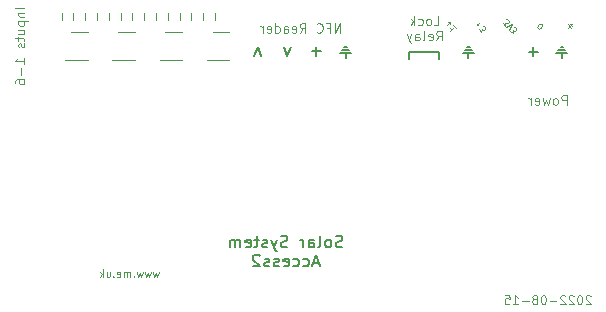
<source format=gbr>
%TF.GenerationSoftware,KiCad,Pcbnew,(6.0.5-0)*%
%TF.CreationDate,2022-08-15T15:55:01+01:00*%
%TF.ProjectId,Access2,41636365-7373-4322-9e6b-696361645f70,3*%
%TF.SameCoordinates,Original*%
%TF.FileFunction,Legend,Bot*%
%TF.FilePolarity,Positive*%
%FSLAX46Y46*%
G04 Gerber Fmt 4.6, Leading zero omitted, Abs format (unit mm)*
G04 Created by KiCad (PCBNEW (6.0.5-0)) date 2022-08-15 15:55:01*
%MOMM*%
%LPD*%
G01*
G04 APERTURE LIST*
%ADD10C,0.150000*%
%ADD11C,0.100000*%
%ADD12C,0.080000*%
%ADD13C,0.120000*%
G04 APERTURE END LIST*
D10*
X136450000Y-71100000D02*
X136450000Y-70500000D01*
X133950000Y-70500000D02*
X136450000Y-70500000D01*
X133950000Y-70500000D02*
X133950000Y-71100000D01*
X128073809Y-70619047D02*
X129026190Y-70619047D01*
X128264285Y-70333333D02*
X128835714Y-70333333D01*
X128550000Y-71047619D02*
X128550000Y-70619047D01*
X128645238Y-70047619D02*
X128454761Y-70047619D01*
X146373809Y-70619047D02*
X147326190Y-70619047D01*
X146564285Y-70333333D02*
X147135714Y-70333333D01*
X146850000Y-71047619D02*
X146850000Y-70619047D01*
X146945238Y-70047619D02*
X146754761Y-70047619D01*
X144421428Y-70119047D02*
X144421428Y-70880952D01*
X144802380Y-70500000D02*
X144040476Y-70500000D01*
X123335714Y-70119047D02*
X123621428Y-70880952D01*
X123907142Y-70119047D01*
X125669047Y-70428571D02*
X126430952Y-70428571D01*
X126050000Y-70047619D02*
X126050000Y-70809523D01*
X138473809Y-70619047D02*
X139426190Y-70619047D01*
X138664285Y-70333333D02*
X139235714Y-70333333D01*
X138950000Y-71047619D02*
X138950000Y-70619047D01*
X139045238Y-70047619D02*
X138854761Y-70047619D01*
X120835714Y-70880952D02*
X121121428Y-70119047D01*
X121407142Y-70880952D01*
D11*
X128083333Y-68861904D02*
X128083333Y-68061904D01*
X127626190Y-68861904D01*
X127626190Y-68061904D01*
X126978571Y-68442857D02*
X127245238Y-68442857D01*
X127245238Y-68861904D02*
X127245238Y-68061904D01*
X126864285Y-68061904D01*
X126102380Y-68785714D02*
X126140476Y-68823809D01*
X126254761Y-68861904D01*
X126330952Y-68861904D01*
X126445238Y-68823809D01*
X126521428Y-68747619D01*
X126559523Y-68671428D01*
X126597619Y-68519047D01*
X126597619Y-68404761D01*
X126559523Y-68252380D01*
X126521428Y-68176190D01*
X126445238Y-68100000D01*
X126330952Y-68061904D01*
X126254761Y-68061904D01*
X126140476Y-68100000D01*
X126102380Y-68138095D01*
X124692857Y-68861904D02*
X124959523Y-68480952D01*
X125150000Y-68861904D02*
X125150000Y-68061904D01*
X124845238Y-68061904D01*
X124769047Y-68100000D01*
X124730952Y-68138095D01*
X124692857Y-68214285D01*
X124692857Y-68328571D01*
X124730952Y-68404761D01*
X124769047Y-68442857D01*
X124845238Y-68480952D01*
X125150000Y-68480952D01*
X124045238Y-68823809D02*
X124121428Y-68861904D01*
X124273809Y-68861904D01*
X124350000Y-68823809D01*
X124388095Y-68747619D01*
X124388095Y-68442857D01*
X124350000Y-68366666D01*
X124273809Y-68328571D01*
X124121428Y-68328571D01*
X124045238Y-68366666D01*
X124007142Y-68442857D01*
X124007142Y-68519047D01*
X124388095Y-68595238D01*
X123321428Y-68861904D02*
X123321428Y-68442857D01*
X123359523Y-68366666D01*
X123435714Y-68328571D01*
X123588095Y-68328571D01*
X123664285Y-68366666D01*
X123321428Y-68823809D02*
X123397619Y-68861904D01*
X123588095Y-68861904D01*
X123664285Y-68823809D01*
X123702380Y-68747619D01*
X123702380Y-68671428D01*
X123664285Y-68595238D01*
X123588095Y-68557142D01*
X123397619Y-68557142D01*
X123321428Y-68519047D01*
X122597619Y-68861904D02*
X122597619Y-68061904D01*
X122597619Y-68823809D02*
X122673809Y-68861904D01*
X122826190Y-68861904D01*
X122902380Y-68823809D01*
X122940476Y-68785714D01*
X122978571Y-68709523D01*
X122978571Y-68480952D01*
X122940476Y-68404761D01*
X122902380Y-68366666D01*
X122826190Y-68328571D01*
X122673809Y-68328571D01*
X122597619Y-68366666D01*
X121911904Y-68823809D02*
X121988095Y-68861904D01*
X122140476Y-68861904D01*
X122216666Y-68823809D01*
X122254761Y-68747619D01*
X122254761Y-68442857D01*
X122216666Y-68366666D01*
X122140476Y-68328571D01*
X121988095Y-68328571D01*
X121911904Y-68366666D01*
X121873809Y-68442857D01*
X121873809Y-68519047D01*
X122254761Y-68595238D01*
X121530952Y-68861904D02*
X121530952Y-68328571D01*
X121530952Y-68480952D02*
X121492857Y-68404761D01*
X121454761Y-68366666D01*
X121378571Y-68328571D01*
X121302380Y-68328571D01*
X136030952Y-68217904D02*
X136411904Y-68217904D01*
X136411904Y-67417904D01*
X135650000Y-68217904D02*
X135726190Y-68179809D01*
X135764285Y-68141714D01*
X135802380Y-68065523D01*
X135802380Y-67836952D01*
X135764285Y-67760761D01*
X135726190Y-67722666D01*
X135650000Y-67684571D01*
X135535714Y-67684571D01*
X135459523Y-67722666D01*
X135421428Y-67760761D01*
X135383333Y-67836952D01*
X135383333Y-68065523D01*
X135421428Y-68141714D01*
X135459523Y-68179809D01*
X135535714Y-68217904D01*
X135650000Y-68217904D01*
X134697619Y-68179809D02*
X134773809Y-68217904D01*
X134926190Y-68217904D01*
X135002380Y-68179809D01*
X135040476Y-68141714D01*
X135078571Y-68065523D01*
X135078571Y-67836952D01*
X135040476Y-67760761D01*
X135002380Y-67722666D01*
X134926190Y-67684571D01*
X134773809Y-67684571D01*
X134697619Y-67722666D01*
X134354761Y-68217904D02*
X134354761Y-67417904D01*
X134278571Y-67913142D02*
X134050000Y-68217904D01*
X134050000Y-67684571D02*
X134354761Y-67989333D01*
X136221428Y-69505904D02*
X136488095Y-69124952D01*
X136678571Y-69505904D02*
X136678571Y-68705904D01*
X136373809Y-68705904D01*
X136297619Y-68744000D01*
X136259523Y-68782095D01*
X136221428Y-68858285D01*
X136221428Y-68972571D01*
X136259523Y-69048761D01*
X136297619Y-69086857D01*
X136373809Y-69124952D01*
X136678571Y-69124952D01*
X135573809Y-69467809D02*
X135650000Y-69505904D01*
X135802380Y-69505904D01*
X135878571Y-69467809D01*
X135916666Y-69391619D01*
X135916666Y-69086857D01*
X135878571Y-69010666D01*
X135802380Y-68972571D01*
X135650000Y-68972571D01*
X135573809Y-69010666D01*
X135535714Y-69086857D01*
X135535714Y-69163047D01*
X135916666Y-69239238D01*
X135078571Y-69505904D02*
X135154761Y-69467809D01*
X135192857Y-69391619D01*
X135192857Y-68705904D01*
X134430952Y-69505904D02*
X134430952Y-69086857D01*
X134469047Y-69010666D01*
X134545238Y-68972571D01*
X134697619Y-68972571D01*
X134773809Y-69010666D01*
X134430952Y-69467809D02*
X134507142Y-69505904D01*
X134697619Y-69505904D01*
X134773809Y-69467809D01*
X134811904Y-69391619D01*
X134811904Y-69315428D01*
X134773809Y-69239238D01*
X134697619Y-69201142D01*
X134507142Y-69201142D01*
X134430952Y-69163047D01*
X134126190Y-68972571D02*
X133935714Y-69505904D01*
X133745238Y-68972571D02*
X133935714Y-69505904D01*
X134011904Y-69696380D01*
X134050000Y-69734476D01*
X134126190Y-69772571D01*
X147280952Y-74961904D02*
X147280952Y-74161904D01*
X146976190Y-74161904D01*
X146900000Y-74200000D01*
X146861904Y-74238095D01*
X146823809Y-74314285D01*
X146823809Y-74428571D01*
X146861904Y-74504761D01*
X146900000Y-74542857D01*
X146976190Y-74580952D01*
X147280952Y-74580952D01*
X146366666Y-74961904D02*
X146442857Y-74923809D01*
X146480952Y-74885714D01*
X146519047Y-74809523D01*
X146519047Y-74580952D01*
X146480952Y-74504761D01*
X146442857Y-74466666D01*
X146366666Y-74428571D01*
X146252380Y-74428571D01*
X146176190Y-74466666D01*
X146138095Y-74504761D01*
X146100000Y-74580952D01*
X146100000Y-74809523D01*
X146138095Y-74885714D01*
X146176190Y-74923809D01*
X146252380Y-74961904D01*
X146366666Y-74961904D01*
X145833333Y-74428571D02*
X145680952Y-74961904D01*
X145528571Y-74580952D01*
X145376190Y-74961904D01*
X145223809Y-74428571D01*
X144614285Y-74923809D02*
X144690476Y-74961904D01*
X144842857Y-74961904D01*
X144919047Y-74923809D01*
X144957142Y-74847619D01*
X144957142Y-74542857D01*
X144919047Y-74466666D01*
X144842857Y-74428571D01*
X144690476Y-74428571D01*
X144614285Y-74466666D01*
X144576190Y-74542857D01*
X144576190Y-74619047D01*
X144957142Y-74695238D01*
X144233333Y-74961904D02*
X144233333Y-74428571D01*
X144233333Y-74580952D02*
X144195238Y-74504761D01*
X144157142Y-74466666D01*
X144080952Y-74428571D01*
X144004761Y-74428571D01*
D10*
X128285714Y-86999761D02*
X128142857Y-87047380D01*
X127904761Y-87047380D01*
X127809523Y-86999761D01*
X127761904Y-86952142D01*
X127714285Y-86856904D01*
X127714285Y-86761666D01*
X127761904Y-86666428D01*
X127809523Y-86618809D01*
X127904761Y-86571190D01*
X128095238Y-86523571D01*
X128190476Y-86475952D01*
X128238095Y-86428333D01*
X128285714Y-86333095D01*
X128285714Y-86237857D01*
X128238095Y-86142619D01*
X128190476Y-86095000D01*
X128095238Y-86047380D01*
X127857142Y-86047380D01*
X127714285Y-86095000D01*
X127142857Y-87047380D02*
X127238095Y-86999761D01*
X127285714Y-86952142D01*
X127333333Y-86856904D01*
X127333333Y-86571190D01*
X127285714Y-86475952D01*
X127238095Y-86428333D01*
X127142857Y-86380714D01*
X127000000Y-86380714D01*
X126904761Y-86428333D01*
X126857142Y-86475952D01*
X126809523Y-86571190D01*
X126809523Y-86856904D01*
X126857142Y-86952142D01*
X126904761Y-86999761D01*
X127000000Y-87047380D01*
X127142857Y-87047380D01*
X126238095Y-87047380D02*
X126333333Y-86999761D01*
X126380952Y-86904523D01*
X126380952Y-86047380D01*
X125428571Y-87047380D02*
X125428571Y-86523571D01*
X125476190Y-86428333D01*
X125571428Y-86380714D01*
X125761904Y-86380714D01*
X125857142Y-86428333D01*
X125428571Y-86999761D02*
X125523809Y-87047380D01*
X125761904Y-87047380D01*
X125857142Y-86999761D01*
X125904761Y-86904523D01*
X125904761Y-86809285D01*
X125857142Y-86714047D01*
X125761904Y-86666428D01*
X125523809Y-86666428D01*
X125428571Y-86618809D01*
X124952380Y-87047380D02*
X124952380Y-86380714D01*
X124952380Y-86571190D02*
X124904761Y-86475952D01*
X124857142Y-86428333D01*
X124761904Y-86380714D01*
X124666666Y-86380714D01*
X123619047Y-86999761D02*
X123476190Y-87047380D01*
X123238095Y-87047380D01*
X123142857Y-86999761D01*
X123095238Y-86952142D01*
X123047619Y-86856904D01*
X123047619Y-86761666D01*
X123095238Y-86666428D01*
X123142857Y-86618809D01*
X123238095Y-86571190D01*
X123428571Y-86523571D01*
X123523809Y-86475952D01*
X123571428Y-86428333D01*
X123619047Y-86333095D01*
X123619047Y-86237857D01*
X123571428Y-86142619D01*
X123523809Y-86095000D01*
X123428571Y-86047380D01*
X123190476Y-86047380D01*
X123047619Y-86095000D01*
X122714285Y-86380714D02*
X122476190Y-87047380D01*
X122238095Y-86380714D02*
X122476190Y-87047380D01*
X122571428Y-87285476D01*
X122619047Y-87333095D01*
X122714285Y-87380714D01*
X121904761Y-86999761D02*
X121809523Y-87047380D01*
X121619047Y-87047380D01*
X121523809Y-86999761D01*
X121476190Y-86904523D01*
X121476190Y-86856904D01*
X121523809Y-86761666D01*
X121619047Y-86714047D01*
X121761904Y-86714047D01*
X121857142Y-86666428D01*
X121904761Y-86571190D01*
X121904761Y-86523571D01*
X121857142Y-86428333D01*
X121761904Y-86380714D01*
X121619047Y-86380714D01*
X121523809Y-86428333D01*
X121190476Y-86380714D02*
X120809523Y-86380714D01*
X121047619Y-86047380D02*
X121047619Y-86904523D01*
X121000000Y-86999761D01*
X120904761Y-87047380D01*
X120809523Y-87047380D01*
X120095238Y-86999761D02*
X120190476Y-87047380D01*
X120380952Y-87047380D01*
X120476190Y-86999761D01*
X120523809Y-86904523D01*
X120523809Y-86523571D01*
X120476190Y-86428333D01*
X120380952Y-86380714D01*
X120190476Y-86380714D01*
X120095238Y-86428333D01*
X120047619Y-86523571D01*
X120047619Y-86618809D01*
X120523809Y-86714047D01*
X119619047Y-87047380D02*
X119619047Y-86380714D01*
X119619047Y-86475952D02*
X119571428Y-86428333D01*
X119476190Y-86380714D01*
X119333333Y-86380714D01*
X119238095Y-86428333D01*
X119190476Y-86523571D01*
X119190476Y-87047380D01*
X119190476Y-86523571D02*
X119142857Y-86428333D01*
X119047619Y-86380714D01*
X118904761Y-86380714D01*
X118809523Y-86428333D01*
X118761904Y-86523571D01*
X118761904Y-87047380D01*
X126309523Y-88371666D02*
X125833333Y-88371666D01*
X126404761Y-88657380D02*
X126071428Y-87657380D01*
X125738095Y-88657380D01*
X124976190Y-88609761D02*
X125071428Y-88657380D01*
X125261904Y-88657380D01*
X125357142Y-88609761D01*
X125404761Y-88562142D01*
X125452380Y-88466904D01*
X125452380Y-88181190D01*
X125404761Y-88085952D01*
X125357142Y-88038333D01*
X125261904Y-87990714D01*
X125071428Y-87990714D01*
X124976190Y-88038333D01*
X124119047Y-88609761D02*
X124214285Y-88657380D01*
X124404761Y-88657380D01*
X124500000Y-88609761D01*
X124547619Y-88562142D01*
X124595238Y-88466904D01*
X124595238Y-88181190D01*
X124547619Y-88085952D01*
X124500000Y-88038333D01*
X124404761Y-87990714D01*
X124214285Y-87990714D01*
X124119047Y-88038333D01*
X123309523Y-88609761D02*
X123404761Y-88657380D01*
X123595238Y-88657380D01*
X123690476Y-88609761D01*
X123738095Y-88514523D01*
X123738095Y-88133571D01*
X123690476Y-88038333D01*
X123595238Y-87990714D01*
X123404761Y-87990714D01*
X123309523Y-88038333D01*
X123261904Y-88133571D01*
X123261904Y-88228809D01*
X123738095Y-88324047D01*
X122880952Y-88609761D02*
X122785714Y-88657380D01*
X122595238Y-88657380D01*
X122500000Y-88609761D01*
X122452380Y-88514523D01*
X122452380Y-88466904D01*
X122500000Y-88371666D01*
X122595238Y-88324047D01*
X122738095Y-88324047D01*
X122833333Y-88276428D01*
X122880952Y-88181190D01*
X122880952Y-88133571D01*
X122833333Y-88038333D01*
X122738095Y-87990714D01*
X122595238Y-87990714D01*
X122500000Y-88038333D01*
X122071428Y-88609761D02*
X121976190Y-88657380D01*
X121785714Y-88657380D01*
X121690476Y-88609761D01*
X121642857Y-88514523D01*
X121642857Y-88466904D01*
X121690476Y-88371666D01*
X121785714Y-88324047D01*
X121928571Y-88324047D01*
X122023809Y-88276428D01*
X122071428Y-88181190D01*
X122071428Y-88133571D01*
X122023809Y-88038333D01*
X121928571Y-87990714D01*
X121785714Y-87990714D01*
X121690476Y-88038333D01*
X121261904Y-87752619D02*
X121214285Y-87705000D01*
X121119047Y-87657380D01*
X120880952Y-87657380D01*
X120785714Y-87705000D01*
X120738095Y-87752619D01*
X120690476Y-87847857D01*
X120690476Y-87943095D01*
X120738095Y-88085952D01*
X121309523Y-88657380D01*
X120690476Y-88657380D01*
D11*
X101361904Y-66800000D02*
X100561904Y-66800000D01*
X100828571Y-67180952D02*
X101361904Y-67180952D01*
X100904761Y-67180952D02*
X100866666Y-67219047D01*
X100828571Y-67295238D01*
X100828571Y-67409523D01*
X100866666Y-67485714D01*
X100942857Y-67523809D01*
X101361904Y-67523809D01*
X100828571Y-67904761D02*
X101628571Y-67904761D01*
X100866666Y-67904761D02*
X100828571Y-67980952D01*
X100828571Y-68133333D01*
X100866666Y-68209523D01*
X100904761Y-68247619D01*
X100980952Y-68285714D01*
X101209523Y-68285714D01*
X101285714Y-68247619D01*
X101323809Y-68209523D01*
X101361904Y-68133333D01*
X101361904Y-67980952D01*
X101323809Y-67904761D01*
X100828571Y-68971428D02*
X101361904Y-68971428D01*
X100828571Y-68628571D02*
X101247619Y-68628571D01*
X101323809Y-68666666D01*
X101361904Y-68742857D01*
X101361904Y-68857142D01*
X101323809Y-68933333D01*
X101285714Y-68971428D01*
X100828571Y-69238095D02*
X100828571Y-69542857D01*
X100561904Y-69352380D02*
X101247619Y-69352380D01*
X101323809Y-69390476D01*
X101361904Y-69466666D01*
X101361904Y-69542857D01*
X101323809Y-69771428D02*
X101361904Y-69847619D01*
X101361904Y-70000000D01*
X101323809Y-70076190D01*
X101247619Y-70114285D01*
X101209523Y-70114285D01*
X101133333Y-70076190D01*
X101095238Y-70000000D01*
X101095238Y-69885714D01*
X101057142Y-69809523D01*
X100980952Y-69771428D01*
X100942857Y-69771428D01*
X100866666Y-69809523D01*
X100828571Y-69885714D01*
X100828571Y-70000000D01*
X100866666Y-70076190D01*
X101361904Y-71485714D02*
X101361904Y-71028571D01*
X101361904Y-71257142D02*
X100561904Y-71257142D01*
X100676190Y-71180952D01*
X100752380Y-71104761D01*
X100790476Y-71028571D01*
X101057142Y-71828571D02*
X101057142Y-72438095D01*
X100561904Y-73161904D02*
X100561904Y-73009523D01*
X100600000Y-72933333D01*
X100638095Y-72895238D01*
X100752380Y-72819047D01*
X100904761Y-72780952D01*
X101209523Y-72780952D01*
X101285714Y-72819047D01*
X101323809Y-72857142D01*
X101361904Y-72933333D01*
X101361904Y-73085714D01*
X101323809Y-73161904D01*
X101285714Y-73200000D01*
X101209523Y-73238095D01*
X101019047Y-73238095D01*
X100942857Y-73200000D01*
X100904761Y-73161904D01*
X100866666Y-73085714D01*
X100866666Y-72933333D01*
X100904761Y-72857142D01*
X100942857Y-72819047D01*
X101019047Y-72780952D01*
X149292142Y-91160714D02*
X149256428Y-91125000D01*
X149185000Y-91089285D01*
X149006428Y-91089285D01*
X148935000Y-91125000D01*
X148899285Y-91160714D01*
X148863571Y-91232142D01*
X148863571Y-91303571D01*
X148899285Y-91410714D01*
X149327857Y-91839285D01*
X148863571Y-91839285D01*
X148399285Y-91089285D02*
X148327857Y-91089285D01*
X148256428Y-91125000D01*
X148220714Y-91160714D01*
X148185000Y-91232142D01*
X148149285Y-91375000D01*
X148149285Y-91553571D01*
X148185000Y-91696428D01*
X148220714Y-91767857D01*
X148256428Y-91803571D01*
X148327857Y-91839285D01*
X148399285Y-91839285D01*
X148470714Y-91803571D01*
X148506428Y-91767857D01*
X148542142Y-91696428D01*
X148577857Y-91553571D01*
X148577857Y-91375000D01*
X148542142Y-91232142D01*
X148506428Y-91160714D01*
X148470714Y-91125000D01*
X148399285Y-91089285D01*
X147863571Y-91160714D02*
X147827857Y-91125000D01*
X147756428Y-91089285D01*
X147577857Y-91089285D01*
X147506428Y-91125000D01*
X147470714Y-91160714D01*
X147435000Y-91232142D01*
X147435000Y-91303571D01*
X147470714Y-91410714D01*
X147899285Y-91839285D01*
X147435000Y-91839285D01*
X147149285Y-91160714D02*
X147113571Y-91125000D01*
X147042142Y-91089285D01*
X146863571Y-91089285D01*
X146792142Y-91125000D01*
X146756428Y-91160714D01*
X146720714Y-91232142D01*
X146720714Y-91303571D01*
X146756428Y-91410714D01*
X147185000Y-91839285D01*
X146720714Y-91839285D01*
X146399285Y-91553571D02*
X145827857Y-91553571D01*
X145327857Y-91089285D02*
X145256428Y-91089285D01*
X145185000Y-91125000D01*
X145149285Y-91160714D01*
X145113571Y-91232142D01*
X145077857Y-91375000D01*
X145077857Y-91553571D01*
X145113571Y-91696428D01*
X145149285Y-91767857D01*
X145185000Y-91803571D01*
X145256428Y-91839285D01*
X145327857Y-91839285D01*
X145399285Y-91803571D01*
X145435000Y-91767857D01*
X145470714Y-91696428D01*
X145506428Y-91553571D01*
X145506428Y-91375000D01*
X145470714Y-91232142D01*
X145435000Y-91160714D01*
X145399285Y-91125000D01*
X145327857Y-91089285D01*
X144649285Y-91410714D02*
X144720714Y-91375000D01*
X144756428Y-91339285D01*
X144792142Y-91267857D01*
X144792142Y-91232142D01*
X144756428Y-91160714D01*
X144720714Y-91125000D01*
X144649285Y-91089285D01*
X144506428Y-91089285D01*
X144435000Y-91125000D01*
X144399285Y-91160714D01*
X144363571Y-91232142D01*
X144363571Y-91267857D01*
X144399285Y-91339285D01*
X144435000Y-91375000D01*
X144506428Y-91410714D01*
X144649285Y-91410714D01*
X144720714Y-91446428D01*
X144756428Y-91482142D01*
X144792142Y-91553571D01*
X144792142Y-91696428D01*
X144756428Y-91767857D01*
X144720714Y-91803571D01*
X144649285Y-91839285D01*
X144506428Y-91839285D01*
X144435000Y-91803571D01*
X144399285Y-91767857D01*
X144363571Y-91696428D01*
X144363571Y-91553571D01*
X144399285Y-91482142D01*
X144435000Y-91446428D01*
X144506428Y-91410714D01*
X144042142Y-91553571D02*
X143470714Y-91553571D01*
X142720714Y-91839285D02*
X143149285Y-91839285D01*
X142935000Y-91839285D02*
X142935000Y-91089285D01*
X143006428Y-91196428D01*
X143077857Y-91267857D01*
X143149285Y-91303571D01*
X142042142Y-91089285D02*
X142399285Y-91089285D01*
X142435000Y-91446428D01*
X142399285Y-91410714D01*
X142327857Y-91375000D01*
X142149285Y-91375000D01*
X142077857Y-91410714D01*
X142042142Y-91446428D01*
X142006428Y-91517857D01*
X142006428Y-91696428D01*
X142042142Y-91767857D01*
X142077857Y-91803571D01*
X142149285Y-91839285D01*
X142327857Y-91839285D01*
X142399285Y-91803571D01*
X142435000Y-91767857D01*
D12*
%TO.C,J4*%
X141838654Y-68055879D02*
X142057521Y-68274746D01*
X142074356Y-68022208D01*
X142124864Y-68072715D01*
X142175372Y-68089551D01*
X142209043Y-68089551D01*
X142259551Y-68072715D01*
X142343730Y-67988536D01*
X142360566Y-67938028D01*
X142360566Y-67904356D01*
X142343730Y-67853849D01*
X142242715Y-67752834D01*
X142192208Y-67735998D01*
X142158536Y-67735998D01*
X142158536Y-68375761D02*
X142629940Y-68140059D01*
X142394238Y-68611463D01*
X142478417Y-68695643D02*
X142697284Y-68914509D01*
X142714120Y-68661971D01*
X142764627Y-68712478D01*
X142815135Y-68729314D01*
X142848807Y-68729314D01*
X142899314Y-68712478D01*
X142983494Y-68628299D01*
X143000330Y-68577791D01*
X143000330Y-68544120D01*
X142983494Y-68493612D01*
X142882478Y-68392597D01*
X142831971Y-68375761D01*
X142798299Y-68375761D01*
X144799551Y-68476776D02*
X144833223Y-68510448D01*
X144883730Y-68527284D01*
X144917402Y-68527284D01*
X144967910Y-68510448D01*
X145052089Y-68459940D01*
X145136269Y-68375761D01*
X145186776Y-68291582D01*
X145203612Y-68241074D01*
X145203612Y-68207402D01*
X145186776Y-68156895D01*
X145153104Y-68123223D01*
X145102597Y-68106387D01*
X145068925Y-68106387D01*
X145018417Y-68123223D01*
X144934238Y-68173730D01*
X144850059Y-68257910D01*
X144799551Y-68342089D01*
X144782715Y-68392597D01*
X144782715Y-68426269D01*
X144799551Y-68476776D01*
X147339551Y-68173730D02*
X147676269Y-68510448D01*
X147507910Y-68140059D02*
X147709940Y-68342089D01*
X147356387Y-68493612D02*
X147507910Y-68342089D01*
X147743612Y-68173730D02*
X147676269Y-68106387D01*
X139921582Y-67971700D02*
X139652208Y-68241074D01*
X139652208Y-68106387D02*
X139652208Y-68241074D01*
X139786895Y-68241074D01*
X139837402Y-68594627D02*
X140056269Y-68813494D01*
X140073104Y-68560956D01*
X140123612Y-68611463D01*
X140174120Y-68628299D01*
X140207791Y-68628299D01*
X140258299Y-68611463D01*
X140342478Y-68527284D01*
X140359314Y-68476776D01*
X140359314Y-68443104D01*
X140342478Y-68392597D01*
X140241463Y-68291582D01*
X140190956Y-68274746D01*
X140157284Y-68274746D01*
X137112208Y-68241074D02*
X137381582Y-67971700D01*
X137381582Y-68106387D02*
X137381582Y-67971700D01*
X137246895Y-67971700D01*
X137869822Y-68459940D02*
X137667791Y-68257910D01*
X137768807Y-68358925D02*
X137415253Y-68712478D01*
X137432089Y-68628299D01*
X137432089Y-68560956D01*
X137415253Y-68510448D01*
D11*
%TO.C,AJK1*%
X112737142Y-89110714D02*
X112613333Y-89544047D01*
X112489523Y-89234523D01*
X112365714Y-89544047D01*
X112241904Y-89110714D01*
X112056190Y-89110714D02*
X111932380Y-89544047D01*
X111808571Y-89234523D01*
X111684761Y-89544047D01*
X111560952Y-89110714D01*
X111375238Y-89110714D02*
X111251428Y-89544047D01*
X111127619Y-89234523D01*
X111003809Y-89544047D01*
X110880000Y-89110714D01*
X110632380Y-89482142D02*
X110601428Y-89513095D01*
X110632380Y-89544047D01*
X110663333Y-89513095D01*
X110632380Y-89482142D01*
X110632380Y-89544047D01*
X110322857Y-89544047D02*
X110322857Y-89110714D01*
X110322857Y-89172619D02*
X110291904Y-89141666D01*
X110230000Y-89110714D01*
X110137142Y-89110714D01*
X110075238Y-89141666D01*
X110044285Y-89203571D01*
X110044285Y-89544047D01*
X110044285Y-89203571D02*
X110013333Y-89141666D01*
X109951428Y-89110714D01*
X109858571Y-89110714D01*
X109796666Y-89141666D01*
X109765714Y-89203571D01*
X109765714Y-89544047D01*
X109208571Y-89513095D02*
X109270476Y-89544047D01*
X109394285Y-89544047D01*
X109456190Y-89513095D01*
X109487142Y-89451190D01*
X109487142Y-89203571D01*
X109456190Y-89141666D01*
X109394285Y-89110714D01*
X109270476Y-89110714D01*
X109208571Y-89141666D01*
X109177619Y-89203571D01*
X109177619Y-89265476D01*
X109487142Y-89327380D01*
X108899047Y-89482142D02*
X108868095Y-89513095D01*
X108899047Y-89544047D01*
X108930000Y-89513095D01*
X108899047Y-89482142D01*
X108899047Y-89544047D01*
X108310952Y-89110714D02*
X108310952Y-89544047D01*
X108589523Y-89110714D02*
X108589523Y-89451190D01*
X108558571Y-89513095D01*
X108496666Y-89544047D01*
X108403809Y-89544047D01*
X108341904Y-89513095D01*
X108310952Y-89482142D01*
X108001428Y-89544047D02*
X108001428Y-88894047D01*
X107939523Y-89296428D02*
X107753809Y-89544047D01*
X107753809Y-89110714D02*
X108001428Y-89358333D01*
D13*
%TO.C,C3*%
X114500000Y-67800000D02*
X114500000Y-67200000D01*
X115500000Y-67800000D02*
X115500000Y-67200000D01*
%TO.C,C5*%
X111500000Y-67800000D02*
X111500000Y-67200000D01*
X110500000Y-67800000D02*
X110500000Y-67200000D01*
%TO.C,C7*%
X107500000Y-67800000D02*
X107500000Y-67200000D01*
X106500000Y-67800000D02*
X106500000Y-67200000D01*
%TO.C,D1*%
X117300000Y-68840000D02*
X118700000Y-68840000D01*
X118700000Y-71160000D02*
X116800000Y-71160000D01*
%TO.C,D4*%
X106700000Y-71160000D02*
X104800000Y-71160000D01*
X105300000Y-68840000D02*
X106700000Y-68840000D01*
%TO.C,C2*%
X117500000Y-67825000D02*
X117500000Y-67225000D01*
X116500000Y-67825000D02*
X116500000Y-67225000D01*
%TO.C,D3*%
X110700000Y-71160000D02*
X108800000Y-71160000D01*
X109300000Y-68840000D02*
X110700000Y-68840000D01*
%TO.C,C8*%
X105500000Y-67800000D02*
X105500000Y-67200000D01*
X104500000Y-67800000D02*
X104500000Y-67200000D01*
%TO.C,C6*%
X109500000Y-67800000D02*
X109500000Y-67200000D01*
X108500000Y-67800000D02*
X108500000Y-67200000D01*
%TO.C,D2*%
X113300000Y-68840000D02*
X114700000Y-68840000D01*
X114700000Y-71160000D02*
X112800000Y-71160000D01*
%TO.C,C4*%
X113500000Y-67800000D02*
X113500000Y-67200000D01*
X112500000Y-67800000D02*
X112500000Y-67200000D01*
%TD*%
M02*

</source>
